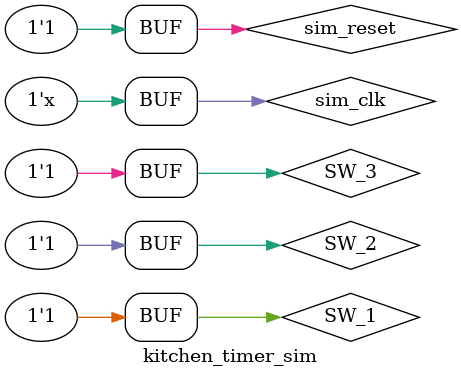
<source format=v>
`timescale 1ns / 1ps
module kitchen_timer_sim(
    );
    
parameter WB_PERIOD = 10.0;
reg sim_reset = 1'b1;
reg sim_clk = 1'b0;
reg SW_1 = 1'b1;
reg SW_2 = 1'b1; 
reg SW_3 = 1'b1;
wire [3:0]out_led;
wire [2:0]rgb_led;

initial begin
    sim_clk = 1'b0; //clkÌúlð0ÉÝè
    sim_reset = 1'b1;
    SW_1 = 1'b1;
    #10
    SW_1 = 1'b0;
    #10
    SW_1 = 1'b1;
    #10
    SW_1 = 1'b0;
    #10
    SW_1 = 1'b1;
    #10
    SW_1 = 1'b0;
    #10
    SW_1 = 1'b1;
    #10
    SW_1 = 1'b0;
    #10
    SW_1 = 1'b1;
    #10
    SW_1 = 1'b0;
    #10
    SW_1 = 1'b1; 
    #10
    SW_2 = 1'b0;
    #10
    SW_2 = 1'b1;
    #300
    sim_reset = 1'b0;
    #10
    sim_reset = 1'b1;
end
     
// NbN¶¬
always#(WB_PERIOD/2)begin
    sim_clk = ~sim_clk; //WE_PERIOD=5nsÉclkÌlð½]·é
end

     
kitchen_timer kitchen_timer_sim(
        .CLK(sim_clk),
        .RESET_SW(sim_reset),
        .SW_1(SW_1),
        .SW_2(SW_2),
        .SW_3(SW_3),
        .out_led(out_led),
        .rgb_led(rgb_led)
    );
endmodule

</source>
